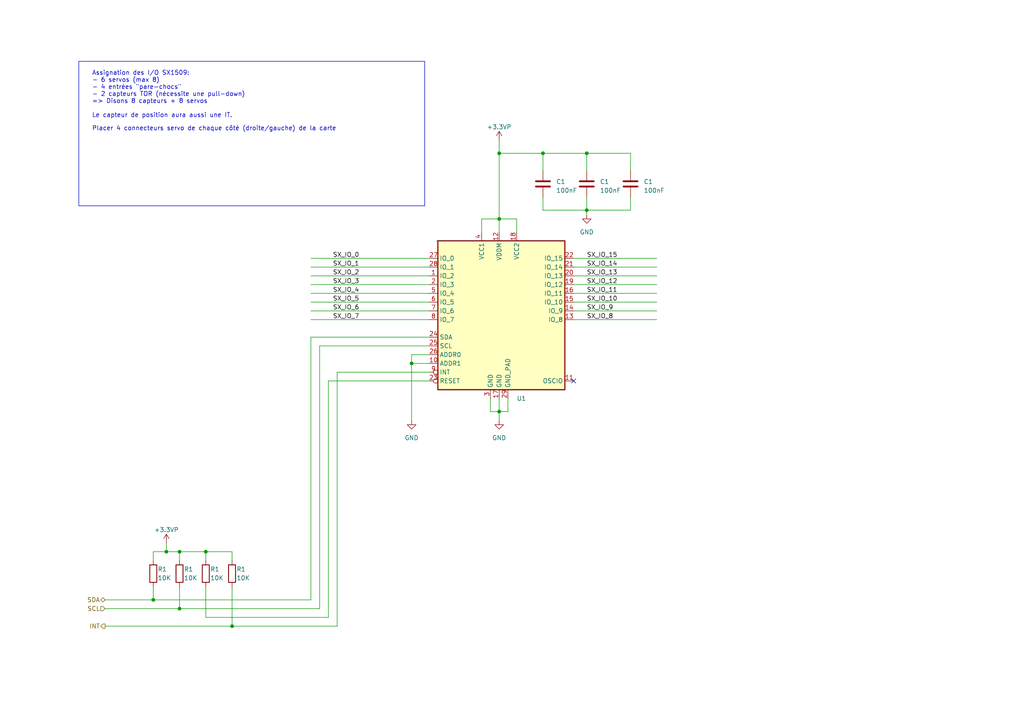
<source format=kicad_sch>
(kicad_sch (version 20230121) (generator eeschema)
  (paper "A4")
  (lib_symbols
    (symbol "Device:C" (pin_numbers hide) (pin_names (offset 0.254))
      (property "Reference" "C" (at 0.635 2.54 0))
      (property "Value" "C" (at 0.635 -2.54 0))
      (symbol "C_0_1"
        (polyline (pts (xy -2.032 -0.762) (xy 2.032 -0.762)) (stroke (width 0.508)))
        (polyline (pts (xy -2.032 0.762) (xy 2.032 0.762)) (stroke (width 0.508)))
      )
      (symbol "C_1_1"
        (pin passive line (at 0 3.81 270) (length 2.794) (name "~") (number "1"))
        (pin passive line (at 0 -3.81 90) (length 2.794) (name "~") (number "2"))
      )
    )
    (symbol "Device:R" (pin_numbers hide) (pin_names (offset 0))
      (property "Reference" "R" (at 2.032 0 90))
      (property "Value" "R" (at 0 0 90))
      (symbol "R_0_1"
        (rectangle (start -1.016 -2.54) (end 1.016 2.54) (stroke (width 0.254)))
      )
      (symbol "R_1_1"
        (pin passive line (at 0 3.81 270) (length 1.27) (name "~") (number "1"))
        (pin passive line (at 0 -3.81 90) (length 1.27) (name "~") (number "2"))
      )
    )
    (symbol "Nefastor:SX1509"
      (property "Reference" "U" (at -2.54 2.54 0))
      (symbol "SX1509_1_1"
        (rectangle (start 0 0) (end 36.83 -43.18) (stroke (width 0.35)) (fill (type background)))
        (pin unspecified line (at -2.54 -10.16 0) (length 2.54) (name "IO_2") (number "1"))
        (pin unspecified line (at -2.54 -35.56 0) (length 2.54) (name "ADDR1") (number "10"))
        (pin unspecified line (at 39.37 -40.64 180) (length 2.54) (name "OSCIO") (number "11"))
        (pin power_in line (at 17.78 2.54 270) (length 2.54) (name "VDDM") (number "12"))
        (pin unspecified line (at 39.37 -22.86 180) (length 2.54) (name "IO_8") (number "13"))
        (pin unspecified line (at 39.37 -20.32 180) (length 2.54) (name "IO_9") (number "14"))
        (pin unspecified line (at 39.37 -17.78 180) (length 2.54) (name "IO_10") (number "15"))
        (pin unspecified line (at 39.37 -15.24 180) (length 2.54) (name "IO_11") (number "16"))
        (pin power_in line (at 17.78 -45.72 90) (length 2.54) (name "GND") (number "17"))
        (pin power_in line (at 22.86 2.54 270) (length 2.54) (name "VCC2") (number "18"))
        (pin unspecified line (at 39.37 -12.7 180) (length 2.54) (name "IO_12") (number "19"))
        (pin unspecified line (at -2.54 -12.7 0) (length 2.54) (name "IO_3") (number "2"))
        (pin unspecified line (at 39.37 -10.16 180) (length 2.54) (name "IO_13") (number "20"))
        (pin unspecified line (at 39.37 -7.62 180) (length 2.54) (name "IO_14") (number "21"))
        (pin unspecified line (at 39.37 -5.08 180) (length 2.54) (name "IO_15") (number "22"))
        (pin input inverted (at -2.54 -40.64 0) (length 2.54) (name "RESET") (number "23"))
        (pin unspecified line (at -2.54 -27.94 0) (length 2.54) (name "SDA") (number "24"))
        (pin unspecified line (at -2.54 -30.48 0) (length 2.54) (name "SCL") (number "25"))
        (pin unspecified line (at -2.54 -33.02 0) (length 2.54) (name "ADDR0") (number "26"))
        (pin unspecified line (at -2.54 -5.08 0) (length 2.54) (name "IO_0") (number "27"))
        (pin unspecified line (at -2.54 -7.62 0) (length 2.54) (name "IO_1") (number "28"))
        (pin power_in line (at 20.32 -45.72 90) (length 2.54) (name "GND_PAD") (number "29"))
        (pin power_in line (at 15.24 -45.72 90) (length 2.54) (name "GND") (number "3"))
        (pin power_in line (at 12.7 2.54 270) (length 2.54) (name "VCC1") (number "4"))
        (pin unspecified line (at -2.54 -15.24 0) (length 2.54) (name "IO_4") (number "5"))
        (pin unspecified line (at -2.54 -17.78 0) (length 2.54) (name "IO_5") (number "6"))
        (pin unspecified line (at -2.54 -20.32 0) (length 2.54) (name "IO_6") (number "7"))
        (pin unspecified line (at -2.54 -22.86 0) (length 2.54) (name "IO_7") (number "8"))
        (pin output inverted (at -2.54 -38.1 0) (length 2.54) (name "INT") (number "9"))
      )
    )
    (symbol "power:+3.3VP" (power) (pin_names (offset 0))
      (property "Value" "+3.3VP" (at 0 2.54 0))
      (symbol "+3.3VP_0_0"
        (pin power_in line (at 0 0 90) (length 0) hide (name "+3.3VP") (number "1"))
      )
      (symbol "+3.3VP_0_1"
        (polyline (pts (xy -0.762 1.27) (xy 0 2.54)))
        (polyline (pts (xy 0 0) (xy 0 2.54)))
        (polyline (pts (xy 0 2.54) (xy 0.762 1.27)))
      )
    )
    (symbol "power:GND" (power) (pin_names (offset 0))
      (property "Value" "GND" (at 0 -3.81 0))
      (symbol "GND_0_1"
        (polyline (pts (xy 0 0) (xy 0 -1.27) (xy 1.27 -1.27) (xy 0 -2.54) (xy -1.27 -1.27) (xy 0 -1.27)))
      )
      (symbol "GND_1_1"
        (pin power_in line (at 0 0 270) (length 0) hide (name "GND") (number "1"))
      )
    )
  )
  (junction (at 170.18 60.96))
  (junction (at 44.45 173.99))
  (junction (at 48.26 160.02))
  (junction (at 144.78 63.5))
  (junction (at 144.78 119.38))
  (junction (at 144.78 44.45))
  (junction (at 67.31 181.61))
  (junction (at 157.48 44.45))
  (junction (at 119.38 105.41))
  (junction (at 52.07 160.02))
  (junction (at 59.69 160.02))
  (junction (at 170.18 44.45))
  (junction (at 52.07 176.53))
  (no_connect (at 166.37 110.49))
  (wire (pts (xy 144.78 40.64) (xy 144.78 44.45)))
  (wire (pts (xy 170.18 44.45) (xy 170.18 49.53)))
  (wire (pts (xy 124.46 110.49) (xy 95.25 110.49)))
  (wire (pts (xy 59.69 179.07) (xy 59.69 170.18)))
  (wire (pts (xy 52.07 176.53) (xy 92.71 176.53)))
  (wire (pts (xy 90.17 87.63) (xy 124.46 87.63)))
  (wire (pts (xy 142.24 115.57) (xy 142.24 119.38)))
  (wire (pts (xy 48.26 157.48) (xy 48.26 160.02)))
  (wire (pts (xy 166.37 85.09) (xy 190.5 85.09)))
  (wire (pts (xy 52.07 170.18) (xy 52.07 176.53)))
  (wire (pts (xy 119.38 102.87) (xy 119.38 105.41)))
  (wire (pts (xy 48.26 160.02) (xy 52.07 160.02)))
  (wire (pts (xy 67.31 160.02) (xy 59.69 160.02)))
  (wire (pts (xy 30.48 173.99) (xy 44.45 173.99)))
  (wire (pts (xy 92.71 100.33) (xy 92.71 176.53)))
  (wire (pts (xy 67.31 170.18) (xy 67.31 181.61)))
  (wire (pts (xy 147.32 115.57) (xy 147.32 119.38)))
  (wire (pts (xy 170.18 60.96) (xy 182.88 60.96)))
  (wire (pts (xy 90.17 90.17) (xy 124.46 90.17)))
  (wire (pts (xy 182.88 60.96) (xy 182.88 57.15)))
  (wire (pts (xy 166.37 82.55) (xy 190.5 82.55)))
  (wire (pts (xy 144.78 63.5) (xy 149.86 63.5)))
  (wire (pts (xy 44.45 173.99) (xy 90.17 173.99)))
  (wire (pts (xy 67.31 162.56) (xy 67.31 160.02)))
  (wire (pts (xy 142.24 119.38) (xy 144.78 119.38)))
  (wire (pts (xy 124.46 107.95) (xy 97.79 107.95)))
  (wire (pts (xy 30.48 181.61) (xy 67.31 181.61)))
  (wire (pts (xy 144.78 119.38) (xy 144.78 121.92)))
  (wire (pts (xy 166.37 87.63) (xy 190.5 87.63)))
  (wire (pts (xy 166.37 77.47) (xy 190.5 77.47)))
  (wire (pts (xy 119.38 105.41) (xy 119.38 121.92)))
  (wire (pts (xy 166.37 92.71) (xy 190.5 92.71)))
  (wire (pts (xy 90.17 74.93) (xy 124.46 74.93)))
  (wire (pts (xy 166.37 90.17) (xy 190.5 90.17)))
  (wire (pts (xy 44.45 162.56) (xy 44.45 160.02)))
  (wire (pts (xy 170.18 57.15) (xy 170.18 60.96)))
  (wire (pts (xy 90.17 80.01) (xy 124.46 80.01)))
  (wire (pts (xy 157.48 57.15) (xy 157.48 60.96)))
  (wire (pts (xy 95.25 179.07) (xy 59.69 179.07)))
  (wire (pts (xy 52.07 160.02) (xy 52.07 162.56)))
  (wire (pts (xy 144.78 115.57) (xy 144.78 119.38)))
  (wire (pts (xy 144.78 63.5) (xy 144.78 67.31)))
  (wire (pts (xy 67.31 181.61) (xy 97.79 181.61)))
  (wire (pts (xy 124.46 102.87) (xy 119.38 102.87)))
  (wire (pts (xy 90.17 97.79) (xy 90.17 173.99)))
  (wire (pts (xy 44.45 160.02) (xy 48.26 160.02)))
  (wire (pts (xy 90.17 85.09) (xy 124.46 85.09)))
  (wire (pts (xy 90.17 77.47) (xy 124.46 77.47)))
  (wire (pts (xy 144.78 44.45) (xy 144.78 63.5)))
  (wire (pts (xy 124.46 97.79) (xy 90.17 97.79)))
  (wire (pts (xy 59.69 162.56) (xy 59.69 160.02)))
  (wire (pts (xy 90.17 92.71) (xy 124.46 92.71)))
  (wire (pts (xy 119.38 105.41) (xy 124.46 105.41)))
  (wire (pts (xy 182.88 49.53) (xy 182.88 44.45)))
  (wire (pts (xy 30.48 176.53) (xy 52.07 176.53)))
  (wire (pts (xy 90.17 82.55) (xy 124.46 82.55)))
  (wire (pts (xy 170.18 44.45) (xy 157.48 44.45)))
  (wire (pts (xy 139.7 63.5) (xy 144.78 63.5)))
  (wire (pts (xy 44.45 170.18) (xy 44.45 173.99)))
  (wire (pts (xy 157.48 44.45) (xy 144.78 44.45)))
  (wire (pts (xy 139.7 67.31) (xy 139.7 63.5)))
  (wire (pts (xy 95.25 110.49) (xy 95.25 179.07)))
  (wire (pts (xy 170.18 62.23) (xy 170.18 60.96)))
  (wire (pts (xy 166.37 80.01) (xy 190.5 80.01)))
  (wire (pts (xy 149.86 63.5) (xy 149.86 67.31)))
  (wire (pts (xy 147.32 119.38) (xy 144.78 119.38)))
  (wire (pts (xy 182.88 44.45) (xy 170.18 44.45)))
  (wire (pts (xy 97.79 107.95) (xy 97.79 181.61)))
  (wire (pts (xy 166.37 74.93) (xy 190.5 74.93)))
  (wire (pts (xy 124.46 100.33) (xy 92.71 100.33)))
  (wire (pts (xy 157.48 60.96) (xy 170.18 60.96)))
  (wire (pts (xy 157.48 44.45) (xy 157.48 49.53)))
  (wire (pts (xy 59.69 160.02) (xy 52.07 160.02)))
  (rectangle (start 22.86 17.78) (end 123.19 59.69))
  (text "Placer 4 connecteurs servo de chaque côté (droite/gauche) de la carte" (at 26.67 38.1 0) (effects (font (size 1.27 1.27)) (justify left bottom)))
  (text "Assignation des I/O SX1509:\n- 6 servos (max 8)\n- 4 entrées \"pare-chocs\"\n- 2 capteurs TOR (nécessite une pull-down)\n=> Disons 8 capteurs + 8 servos\n\nLe capteur de position aura aussi une IT.\n" (at 26.67 34.29 0) (effects (font (size 1.27 1.27)) (justify left bottom)))
  (label "SX_IO_15" (at 170.18 74.93 0))
  (label "SX_IO_3" (at 96.52 82.55 0))
  (label "SX_IO_0" (at 96.52 74.93 0))
  (label "SX_IO_12" (at 170.18 82.55 0))
  (label "SX_IO_6" (at 96.52 90.17 0))
  (label "SX_IO_8" (at 170.18 92.71 0))
  (label "SX_IO_5" (at 96.52 87.63 0))
  (label "SX_IO_13" (at 170.18 80.01 0))
  (label "SX_IO_2" (at 96.52 80.01 0))
  (label "SX_IO_1" (at 96.52 77.47 0))
  (label "SX_IO_9" (at 170.18 90.17 0))
  (label "SX_IO_10" (at 170.18 87.63 0))
  (label "SX_IO_7" (at 96.52 92.71 0))
  (label "SX_IO_4" (at 96.52 85.09 0))
  (label "SX_IO_14" (at 170.18 77.47 0))
  (label "SX_IO_11" (at 170.18 85.09 0))
  (hierarchical_label "SDA" (shape bidirectional) (at 30.48 173.99 180))
  (hierarchical_label "INT" (shape output) (at 30.48 181.61 180))
  (hierarchical_label "SCL" (shape input) (at 30.48 176.53 180))
  (symbol (lib_id "Device:C") (at 157.48 53.34 0) (unit 1)
    (property "Reference" "C1" (at 161.29 52.705 0) (effects (justify left)))
    (property "Value" "100nF" (at 161.29 55.245 0) (effects (justify left)))
    (property "Footprint" "Capacitor_SMD:C_0603_1608Metric_Pad1.08x0.95mm_HandSolder" (effects hide))
    (instances (project "PAMI_Mainboard_2024_v1" (path "" (reference "C1") (unit 1)) (path "" (reference "C2") (unit 1)) (path "" (reference "C5") (unit 1))))
  )
  (symbol (lib_id "power:+3.3VP") (at 48.26 157.48 0) (unit 1)
    (property "Reference" "#PWR017" (effects hide))
    (property "Value" "+3.3VP" (at 48.26 153.67 0))
  )
  (symbol (lib_id "power:+3.3VP") (at 144.78 40.64 0) (unit 1)
    (property "Reference" "#PWR03" (effects hide))
    (property "Value" "+3.3VP" (at 144.78 36.83 0))
  )
  (symbol (lib_id "Device:R") (at 59.69 166.37 180) (unit 1)
    (property "Reference" "R1" (at 60.96 165.1 0) (effects (justify right)))
    (property "Value" "10K" (at 60.96 167.64 0) (effects (justify right)))
    (property "Footprint" "Resistor_SMD:R_0603_1608Metric_Pad0.98x0.95mm_HandSolder" (effects hide))
    (instances (project "PAMI_Mainboard_2024_v1" (path "" (reference "R1") (unit 1)) (path "" (reference "R1") (unit 1)) (path "" (reference "R6") (unit 1))))
  )
  (symbol (lib_id "power:GND") (at 119.38 121.92 0) (unit 1)
    (property "Reference" "#PWR036" (effects hide))
    (property "Value" "GND" (at 119.38 127 0))
  )
  (symbol (lib_id "Device:R") (at 52.07 166.37 180) (unit 1)
    (property "Reference" "R1" (at 53.34 165.1 0) (effects (justify right)))
    (property "Value" "10K" (at 53.34 167.64 0) (effects (justify right)))
    (property "Footprint" "Resistor_SMD:R_0603_1608Metric_Pad0.98x0.95mm_HandSolder" (effects hide))
    (instances (project "PAMI_Mainboard_2024_v1" (path "" (reference "R1") (unit 1)) (path "" (reference "R1") (unit 1)) (path "" (reference "R3") (unit 1))))
  )
  (symbol (lib_id "Device:C") (at 182.88 53.34 0) (unit 1)
    (property "Reference" "C1" (at 186.69 52.705 0) (effects (justify left)))
    (property "Value" "100nF" (at 186.69 55.245 0) (effects (justify left)))
    (property "Footprint" "Capacitor_SMD:C_0603_1608Metric_Pad1.08x0.95mm_HandSolder" (effects hide))
    (instances (project "PAMI_Mainboard_2024_v1" (path "" (reference "C1") (unit 1)) (path "" (reference "C2") (unit 1)) (path "" (reference "C7") (unit 1))))
  )
  (symbol (lib_id "Device:R") (at 67.31 166.37 180) (unit 1)
    (property "Reference" "R1" (at 68.58 165.1 0) (effects (justify right)))
    (property "Value" "10K" (at 68.58 167.64 0) (effects (justify right)))
    (property "Footprint" "Resistor_SMD:R_0603_1608Metric_Pad0.98x0.95mm_HandSolder" (effects hide))
    (instances (project "PAMI_Mainboard_2024_v1" (path "" (reference "R1") (unit 1)) (path "" (reference "R1") (unit 1)) (path "" (reference "R14") (unit 1))))
  )
  (symbol (lib_id "power:GND") (at 170.18 62.23 0) (unit 1)
    (property "Reference" "#PWR016" (effects hide))
    (property "Value" "GND" (at 170.18 67.31 0))
  )
  (symbol (lib_id "power:GND") (at 144.78 121.92 0) (unit 1)
    (property "Reference" "#PWR02" (effects hide))
    (property "Value" "GND" (at 144.78 127 0))
  )
  (symbol (lib_id "Device:C") (at 170.18 53.34 0) (unit 1)
    (property "Reference" "C1" (at 173.99 52.705 0) (effects (justify left)))
    (property "Value" "100nF" (at 173.99 55.245 0) (effects (justify left)))
    (property "Footprint" "Capacitor_SMD:C_0603_1608Metric_Pad1.08x0.95mm_HandSolder" (effects hide))
    (instances (project "PAMI_Mainboard_2024_v1" (path "" (reference "C1") (unit 1)) (path "" (reference "C2") (unit 1)) (path "" (reference "C6") (unit 1))))
  )
  (symbol (lib_id "Nefastor:SX1509") (at 127 69.85 0) (unit 1)
    (property "Reference" "U1" (at 149.86 115.57 0) (effects (justify left)))
    (property "Value" "~" (at 127 69.85 0))
    (property "Footprint" "Package_DFN_QFN:QFN-28-1EP_4x4mm_P0.4mm_EP2.6x2.6mm_ThermalVias" (effects hide))
  )
  (symbol (lib_id "Device:R") (at 44.45 166.37 180) (unit 1)
    (property "Reference" "R1" (at 45.72 165.1 0) (effects (justify right)))
    (property "Value" "10K" (at 45.72 167.64 0) (effects (justify right)))
    (property "Footprint" "Resistor_SMD:R_0603_1608Metric_Pad0.98x0.95mm_HandSolder" (effects hide))
    (instances (project "PAMI_Mainboard_2024_v1" (path "" (reference "R1") (unit 1)) (path "" (reference "R1") (unit 1)) (path "" (reference "R2") (unit 1))))
  )
)
</source>
